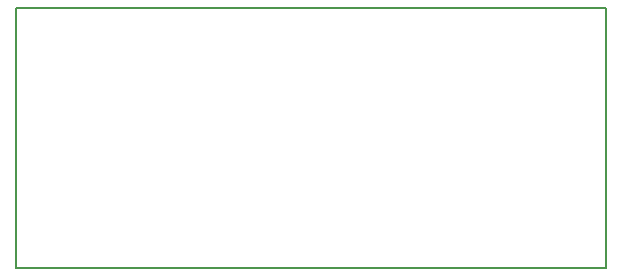
<source format=gbr>
%TF.GenerationSoftware,KiCad,Pcbnew,(5.1.6)-1*%
%TF.CreationDate,2021-01-10T15:05:27+01:00*%
%TF.ProjectId,trainCatcher,74726169-6e43-4617-9463-6865722e6b69,rev?*%
%TF.SameCoordinates,Original*%
%TF.FileFunction,Profile,NP*%
%FSLAX46Y46*%
G04 Gerber Fmt 4.6, Leading zero omitted, Abs format (unit mm)*
G04 Created by KiCad (PCBNEW (5.1.6)-1) date 2021-01-10 15:05:27*
%MOMM*%
%LPD*%
G01*
G04 APERTURE LIST*
%TA.AperFunction,Profile*%
%ADD10C,0.150000*%
%TD*%
G04 APERTURE END LIST*
D10*
X158000000Y-171000000D02*
X108000000Y-171000000D01*
X158000000Y-149000000D02*
X108000000Y-149000000D01*
X158000000Y-149000000D02*
X158000000Y-171000000D01*
X108000000Y-171000000D02*
X108000000Y-149000000D01*
M02*

</source>
